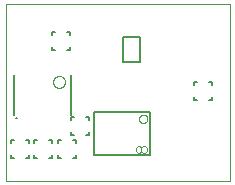
<source format=gto>
G75*
%MOIN*%
%OFA0B0*%
%FSLAX25Y25*%
%IPPOS*%
%LPD*%
%AMOC8*
5,1,8,0,0,1.08239X$1,22.5*
%
%ADD10C,0.00000*%
%ADD11C,0.00500*%
%ADD12C,0.00600*%
%ADD13C,0.00200*%
%ADD14C,0.00400*%
D10*
X0001000Y0001000D02*
X0001000Y0059780D01*
X0075685Y0059780D01*
X0075685Y0001000D01*
X0001000Y0001000D01*
D11*
X0030440Y0009569D02*
X0030440Y0023769D01*
X0049040Y0023769D01*
X0049040Y0009569D01*
X0030440Y0009569D01*
X0040134Y0040685D02*
X0040134Y0048953D01*
X0045646Y0048953D01*
X0045646Y0040685D01*
X0040134Y0040685D01*
D12*
X0022791Y0036059D02*
X0022791Y0022909D01*
X0022803Y0022110D02*
X0022803Y0021110D01*
X0022803Y0022110D02*
X0023803Y0022110D01*
X0027803Y0022110D02*
X0028803Y0022110D01*
X0028803Y0021110D01*
X0028803Y0017110D02*
X0028803Y0016110D01*
X0027803Y0016110D01*
X0024472Y0014630D02*
X0024472Y0013630D01*
X0024472Y0014630D02*
X0023472Y0014630D01*
X0023803Y0016110D02*
X0022803Y0016110D01*
X0022803Y0017110D01*
X0019472Y0014630D02*
X0018472Y0014630D01*
X0018472Y0013630D01*
X0016598Y0013630D02*
X0016598Y0014630D01*
X0015598Y0014630D01*
X0011598Y0014630D02*
X0010598Y0014630D01*
X0010598Y0013630D01*
X0008724Y0013630D02*
X0008724Y0014630D01*
X0007724Y0014630D01*
X0003724Y0014630D02*
X0002724Y0014630D01*
X0002724Y0013630D01*
X0002724Y0009630D02*
X0002724Y0008630D01*
X0003724Y0008630D01*
X0007724Y0008630D02*
X0008724Y0008630D01*
X0008724Y0009630D01*
X0010598Y0009630D02*
X0010598Y0008630D01*
X0011598Y0008630D01*
X0015598Y0008630D02*
X0016598Y0008630D01*
X0016598Y0009630D01*
X0018472Y0009630D02*
X0018472Y0008630D01*
X0019472Y0008630D01*
X0023472Y0008630D02*
X0024472Y0008630D01*
X0024472Y0009630D01*
X0004642Y0021925D02*
X0004543Y0021925D01*
X0003697Y0022909D02*
X0003697Y0036098D01*
X0016504Y0044457D02*
X0017504Y0044457D01*
X0016504Y0044457D02*
X0016504Y0045457D01*
X0016504Y0049457D02*
X0016504Y0050457D01*
X0017504Y0050457D01*
X0021504Y0050457D02*
X0022504Y0050457D01*
X0022504Y0049457D01*
X0022504Y0045457D02*
X0022504Y0044457D01*
X0021504Y0044457D01*
X0063748Y0033921D02*
X0063748Y0032921D01*
X0063748Y0033921D02*
X0064748Y0033921D01*
X0068748Y0033921D02*
X0069748Y0033921D01*
X0069748Y0032921D01*
X0069748Y0028921D02*
X0069748Y0027921D01*
X0068748Y0027921D01*
X0064748Y0027921D02*
X0063748Y0027921D01*
X0063748Y0028921D01*
D13*
X0045440Y0021569D02*
X0045442Y0021644D01*
X0045448Y0021718D01*
X0045458Y0021792D01*
X0045472Y0021865D01*
X0045489Y0021937D01*
X0045511Y0022009D01*
X0045536Y0022079D01*
X0045565Y0022147D01*
X0045598Y0022215D01*
X0045634Y0022280D01*
X0045673Y0022343D01*
X0045716Y0022404D01*
X0045762Y0022463D01*
X0045811Y0022519D01*
X0045863Y0022572D01*
X0045918Y0022623D01*
X0045975Y0022670D01*
X0046035Y0022715D01*
X0046097Y0022756D01*
X0046162Y0022794D01*
X0046228Y0022828D01*
X0046296Y0022859D01*
X0046365Y0022886D01*
X0046436Y0022909D01*
X0046508Y0022929D01*
X0046581Y0022945D01*
X0046654Y0022957D01*
X0046728Y0022965D01*
X0046803Y0022969D01*
X0046877Y0022969D01*
X0046952Y0022965D01*
X0047026Y0022957D01*
X0047099Y0022945D01*
X0047172Y0022929D01*
X0047244Y0022909D01*
X0047315Y0022886D01*
X0047384Y0022859D01*
X0047452Y0022828D01*
X0047518Y0022794D01*
X0047583Y0022756D01*
X0047645Y0022715D01*
X0047705Y0022670D01*
X0047762Y0022623D01*
X0047817Y0022572D01*
X0047869Y0022519D01*
X0047918Y0022463D01*
X0047964Y0022404D01*
X0048007Y0022343D01*
X0048046Y0022280D01*
X0048082Y0022215D01*
X0048115Y0022147D01*
X0048144Y0022079D01*
X0048169Y0022009D01*
X0048191Y0021937D01*
X0048208Y0021865D01*
X0048222Y0021792D01*
X0048232Y0021718D01*
X0048238Y0021644D01*
X0048240Y0021569D01*
X0048238Y0021494D01*
X0048232Y0021420D01*
X0048222Y0021346D01*
X0048208Y0021273D01*
X0048191Y0021201D01*
X0048169Y0021129D01*
X0048144Y0021059D01*
X0048115Y0020991D01*
X0048082Y0020923D01*
X0048046Y0020858D01*
X0048007Y0020795D01*
X0047964Y0020734D01*
X0047918Y0020675D01*
X0047869Y0020619D01*
X0047817Y0020566D01*
X0047762Y0020515D01*
X0047705Y0020468D01*
X0047645Y0020423D01*
X0047583Y0020382D01*
X0047518Y0020344D01*
X0047452Y0020310D01*
X0047384Y0020279D01*
X0047315Y0020252D01*
X0047244Y0020229D01*
X0047172Y0020209D01*
X0047099Y0020193D01*
X0047026Y0020181D01*
X0046952Y0020173D01*
X0046877Y0020169D01*
X0046803Y0020169D01*
X0046728Y0020173D01*
X0046654Y0020181D01*
X0046581Y0020193D01*
X0046508Y0020209D01*
X0046436Y0020229D01*
X0046365Y0020252D01*
X0046296Y0020279D01*
X0046228Y0020310D01*
X0046162Y0020344D01*
X0046097Y0020382D01*
X0046035Y0020423D01*
X0045975Y0020468D01*
X0045918Y0020515D01*
X0045863Y0020566D01*
X0045811Y0020619D01*
X0045762Y0020675D01*
X0045716Y0020734D01*
X0045673Y0020795D01*
X0045634Y0020858D01*
X0045598Y0020923D01*
X0045565Y0020991D01*
X0045536Y0021059D01*
X0045511Y0021129D01*
X0045489Y0021201D01*
X0045472Y0021273D01*
X0045458Y0021346D01*
X0045448Y0021420D01*
X0045442Y0021494D01*
X0045440Y0021569D01*
X0016866Y0033894D02*
X0016868Y0033982D01*
X0016874Y0034070D01*
X0016884Y0034158D01*
X0016898Y0034246D01*
X0016915Y0034332D01*
X0016937Y0034418D01*
X0016962Y0034502D01*
X0016992Y0034586D01*
X0017024Y0034668D01*
X0017061Y0034748D01*
X0017101Y0034827D01*
X0017145Y0034904D01*
X0017192Y0034979D01*
X0017242Y0035051D01*
X0017296Y0035122D01*
X0017352Y0035189D01*
X0017412Y0035255D01*
X0017474Y0035317D01*
X0017540Y0035377D01*
X0017607Y0035433D01*
X0017678Y0035487D01*
X0017750Y0035537D01*
X0017825Y0035584D01*
X0017902Y0035628D01*
X0017981Y0035668D01*
X0018061Y0035705D01*
X0018143Y0035737D01*
X0018227Y0035767D01*
X0018311Y0035792D01*
X0018397Y0035814D01*
X0018483Y0035831D01*
X0018571Y0035845D01*
X0018659Y0035855D01*
X0018747Y0035861D01*
X0018835Y0035863D01*
X0018923Y0035861D01*
X0019011Y0035855D01*
X0019099Y0035845D01*
X0019187Y0035831D01*
X0019273Y0035814D01*
X0019359Y0035792D01*
X0019443Y0035767D01*
X0019527Y0035737D01*
X0019609Y0035705D01*
X0019689Y0035668D01*
X0019768Y0035628D01*
X0019845Y0035584D01*
X0019920Y0035537D01*
X0019992Y0035487D01*
X0020063Y0035433D01*
X0020130Y0035377D01*
X0020196Y0035317D01*
X0020258Y0035255D01*
X0020318Y0035189D01*
X0020374Y0035122D01*
X0020428Y0035051D01*
X0020478Y0034979D01*
X0020525Y0034904D01*
X0020569Y0034827D01*
X0020609Y0034748D01*
X0020646Y0034668D01*
X0020678Y0034586D01*
X0020708Y0034502D01*
X0020733Y0034418D01*
X0020755Y0034332D01*
X0020772Y0034246D01*
X0020786Y0034158D01*
X0020796Y0034070D01*
X0020802Y0033982D01*
X0020804Y0033894D01*
X0020802Y0033806D01*
X0020796Y0033718D01*
X0020786Y0033630D01*
X0020772Y0033542D01*
X0020755Y0033456D01*
X0020733Y0033370D01*
X0020708Y0033286D01*
X0020678Y0033202D01*
X0020646Y0033120D01*
X0020609Y0033040D01*
X0020569Y0032961D01*
X0020525Y0032884D01*
X0020478Y0032809D01*
X0020428Y0032737D01*
X0020374Y0032666D01*
X0020318Y0032599D01*
X0020258Y0032533D01*
X0020196Y0032471D01*
X0020130Y0032411D01*
X0020063Y0032355D01*
X0019992Y0032301D01*
X0019920Y0032251D01*
X0019845Y0032204D01*
X0019768Y0032160D01*
X0019689Y0032120D01*
X0019609Y0032083D01*
X0019527Y0032051D01*
X0019443Y0032021D01*
X0019359Y0031996D01*
X0019273Y0031974D01*
X0019187Y0031957D01*
X0019099Y0031943D01*
X0019011Y0031933D01*
X0018923Y0031927D01*
X0018835Y0031925D01*
X0018747Y0031927D01*
X0018659Y0031933D01*
X0018571Y0031943D01*
X0018483Y0031957D01*
X0018397Y0031974D01*
X0018311Y0031996D01*
X0018227Y0032021D01*
X0018143Y0032051D01*
X0018061Y0032083D01*
X0017981Y0032120D01*
X0017902Y0032160D01*
X0017825Y0032204D01*
X0017750Y0032251D01*
X0017678Y0032301D01*
X0017607Y0032355D01*
X0017540Y0032411D01*
X0017474Y0032471D01*
X0017412Y0032533D01*
X0017352Y0032599D01*
X0017296Y0032666D01*
X0017242Y0032737D01*
X0017192Y0032809D01*
X0017145Y0032884D01*
X0017101Y0032961D01*
X0017061Y0033040D01*
X0017024Y0033120D01*
X0016992Y0033202D01*
X0016962Y0033286D01*
X0016937Y0033370D01*
X0016915Y0033456D01*
X0016898Y0033542D01*
X0016884Y0033630D01*
X0016874Y0033718D01*
X0016868Y0033806D01*
X0016866Y0033894D01*
D14*
X0044437Y0011988D02*
X0045038Y0012588D01*
X0045638Y0012588D01*
X0046239Y0011988D01*
X0046239Y0010787D01*
X0045638Y0010186D01*
X0045038Y0010186D01*
X0044437Y0010787D01*
X0044437Y0011988D01*
X0046239Y0011988D02*
X0046839Y0012588D01*
X0047440Y0012588D01*
X0048040Y0011988D01*
X0048040Y0010787D01*
X0047440Y0010186D01*
X0046839Y0010186D01*
X0046239Y0010787D01*
M02*

</source>
